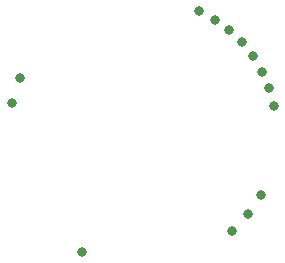
<source format=gbp>
G04 #@! TF.GenerationSoftware,KiCad,Pcbnew,5.0.2-bee76a0~70~ubuntu18.04.1*
G04 #@! TF.CreationDate,2019-07-22T04:32:19+02:00*
G04 #@! TF.ProjectId,mainboard,6d61696e-626f-4617-9264-2e6b69636164,rev?*
G04 #@! TF.SameCoordinates,Original*
G04 #@! TF.FileFunction,Paste,Bot*
G04 #@! TF.FilePolarity,Positive*
%FSLAX46Y46*%
G04 Gerber Fmt 4.6, Leading zero omitted, Abs format (unit mm)*
G04 Created by KiCad (PCBNEW 5.0.2-bee76a0~70~ubuntu18.04.1) date Mo 22 Jul 2019 04:32:19 CEST*
%MOMM*%
%LPD*%
G01*
G04 APERTURE LIST*
%ADD10C,0.800000*%
G04 APERTURE END LIST*
D10*
G04 #@! TO.C,J13*
X-11072080Y2494440D03*
G04 #@! TD*
G04 #@! TO.C,J15*
X-5136100Y-10159840D03*
G04 #@! TD*
G04 #@! TO.C,J16*
X7627400Y-8419940D03*
G04 #@! TD*
G04 #@! TO.C,J14*
X-10388820Y4569620D03*
G04 #@! TD*
G04 #@! TO.C,J6*
X8988840Y-6984840D03*
G04 #@! TD*
G04 #@! TO.C,J3*
X10162320Y5062380D03*
G04 #@! TD*
G04 #@! TO.C,J4*
X9400320Y6393340D03*
G04 #@! TD*
G04 #@! TO.C,J5*
X8460520Y7579520D03*
G04 #@! TD*
G04 #@! TO.C,J7*
X7378480Y8631080D03*
G04 #@! TD*
G04 #@! TO.C,J8*
X10078500Y-5303360D03*
G04 #@! TD*
G04 #@! TO.C,J9*
X6171980Y9520080D03*
G04 #@! TD*
G04 #@! TO.C,J10*
X4835940Y10274460D03*
G04 #@! TD*
G04 #@! TO.C,J1*
X11135140Y2230280D03*
G04 #@! TD*
G04 #@! TO.C,J2*
X10731280Y3685700D03*
G04 #@! TD*
M02*

</source>
